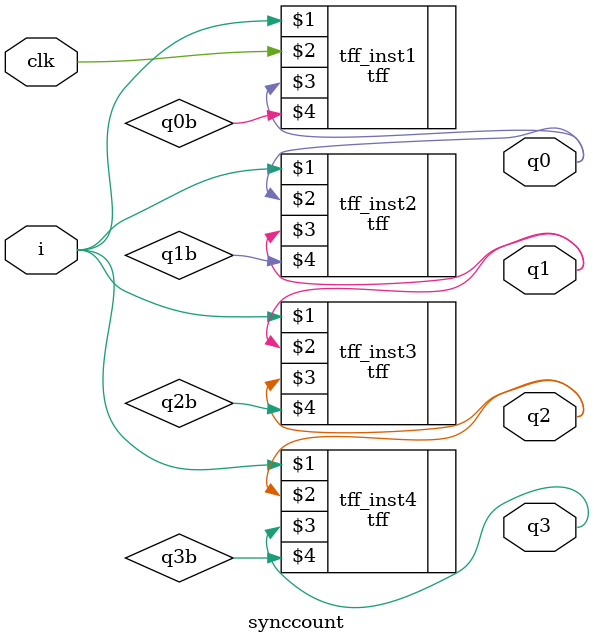
<source format=v>
module synccount(i, clk,q0,q1,q2,q3);
input i,clk;
output q0,q1,q2,q3;

wire q0b,q1b,q2b,q3b;

tff tff_inst1(i,clk,q0,q0b);
tff tff_inst2(i,q0,q1,q1b);
tff tff_inst3(i,q1,q2,q2b);
tff tff_inst4(i,q2,q3,q3b);

endmodule

</source>
